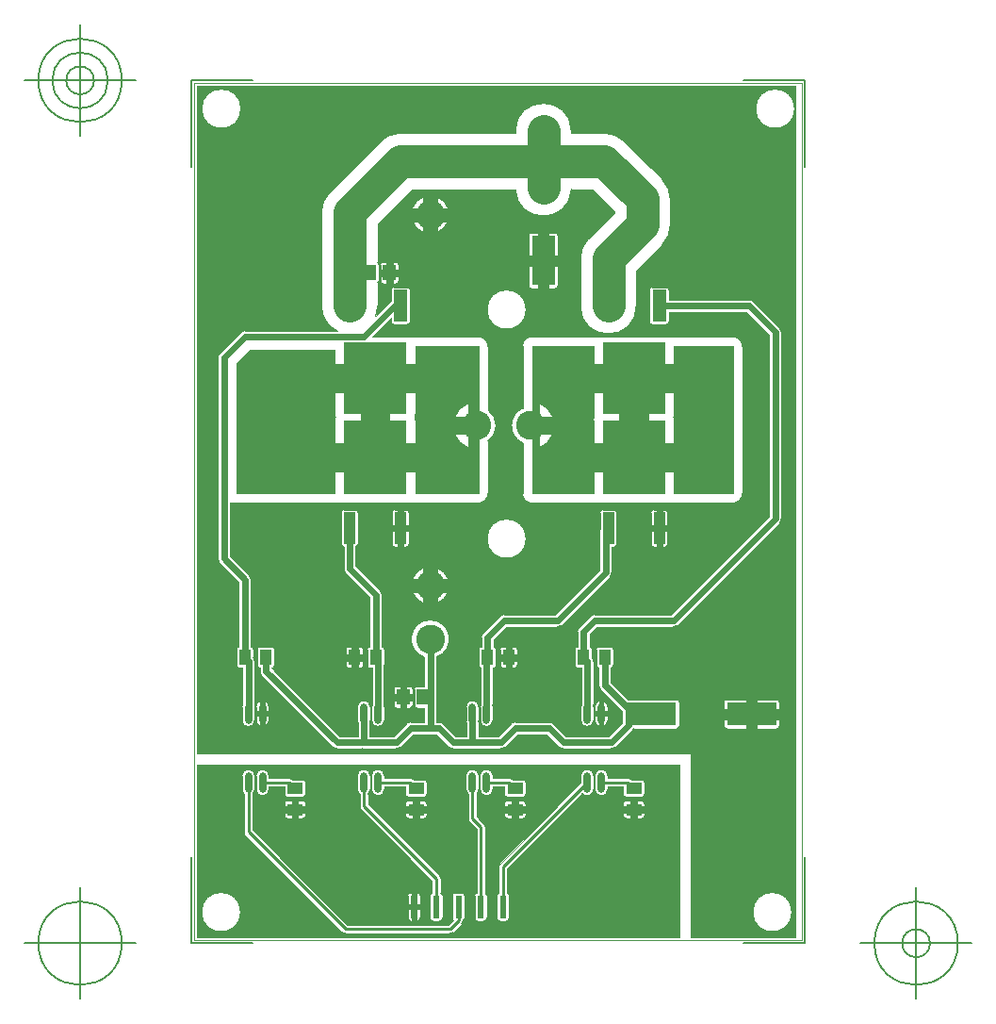
<source format=gbr>
G04 Generated by Ultiboard 14.1 *
%FSLAX34Y34*%
%MOMM*%

%ADD10C,0.0001*%
%ADD11C,0.0010*%
%ADD12C,0.6000*%
%ADD13C,0.2540*%
%ADD14C,3.0000*%
%ADD15C,0.1270*%
%ADD16R,0.6000X2.0000*%
%ADD17R,1.0500X1.4000*%
%ADD18C,2.6000*%
%ADD19R,1.4000X1.0500*%
%ADD20R,4.5000X2.1000*%
%ADD21R,1.2500X2.8500*%
%ADD22R,5.5500X6.4000*%
%ADD23R,1.0000X2.8500*%
%ADD24R,5.5500X6.6000*%
%ADD25R,1.1500X1.4500*%
%ADD26R,2.1000X4.5000*%
%ADD27O,0.6500X1.8500*%


G04 ColorRGB 00FF00 for the following layer *
%LNCopper Top*%
%LPD*%
G54D10*
G36*
X571500Y485157D02*
X571500Y485157D01*
X571500Y1249683D01*
X34302Y1249683D01*
X34302Y650240D01*
X477520Y650240D01*
X477520Y485157D01*
X571500Y485157D01*
D02*
G37*
%LPC*%
G36*
X510180Y698717D02*
X510180Y698717D01*
X528100Y698717D01*
X528100Y690380D01*
X507763Y690380D01*
X507763Y696300D01*
G75*
D01*
G02X510180Y698717I2417J0*
G01*
D02*
G37*
G36*
X264160Y654969D02*
G75*
D01*
G02X262589Y655201I0J5431*
G01*
G74*
D01*
G02X260320Y656560I1571J5199*
G01*
X260320Y656560D01*
X249210Y667669D01*
X228310Y667669D01*
X217207Y656566D01*
G74*
D01*
G02X214503Y655090I3847J3834*
G01*
G75*
D01*
G02X213355Y654969I-1143J5310*
G01*
X213355Y654969D01*
X182888Y654969D01*
G75*
D01*
G02X182872Y654969I-8J5431*
G01*
X182872Y654969D01*
X160020Y654969D01*
G75*
D01*
G02X158270Y655259I0J5431*
G01*
G74*
D01*
G02X156180Y656560I1750J5141*
G01*
X156180Y656560D01*
X92696Y720043D01*
X92696Y720043D01*
X92430Y720310D01*
G75*
D01*
G02X90839Y724161I3840J3840*
G01*
X90839Y724161D01*
X90839Y727190D01*
G75*
D01*
G02X88603Y729600I181J2410*
G01*
X88603Y729600D01*
X88603Y743600D01*
G75*
D01*
G02X91020Y746017I2417J0*
G01*
X91020Y746017D01*
X101520Y746017D01*
G74*
D01*
G02X103937Y743600I0J2417*
G01*
X103937Y743600D01*
X103937Y729600D01*
G75*
D01*
G02X101701Y727190I-2417J0*
G01*
X101701Y727190D01*
X101701Y726400D01*
X108058Y720043D01*
X162270Y665831D01*
X178689Y665831D01*
X178689Y678649D01*
G75*
D01*
G02X178438Y680320I5431J1671*
G01*
X178438Y680320D01*
X178438Y692320D01*
G75*
D01*
G02X189802Y692320I5682J0*
G01*
X189802Y692320D01*
X189802Y680320D01*
G75*
D01*
G02X189551Y678649I-5682J0*
G01*
X189551Y678649D01*
X189551Y665831D01*
X211110Y665831D01*
X222220Y676940D01*
G74*
D01*
G02X224489Y678299I3840J3840*
G01*
G75*
D01*
G02X226060Y678531I1571J-5199*
G01*
X226060Y678531D01*
X238409Y678531D01*
X238409Y691373D01*
X231850Y691373D01*
G75*
D01*
G02X229433Y693790I0J2417*
G01*
X229433Y693790D01*
X229433Y708290D01*
G75*
D01*
G02X231850Y710707I2417J0*
G01*
X231850Y710707D01*
X238409Y710707D01*
X238409Y737126D01*
G75*
D01*
G02X249271Y737126I5431J16114*
G01*
X249271Y737126D01*
X249271Y678531D01*
X251455Y678531D01*
G75*
D01*
G02X252603Y678410I5J-5431*
G01*
G74*
D01*
G02X255307Y676934I1143J5310*
G01*
X255307Y676934D01*
X266410Y665831D01*
X276269Y665831D01*
X276269Y678649D01*
G75*
D01*
G02X276018Y680320I5431J1671*
G01*
X276018Y680320D01*
X276018Y692320D01*
G75*
D01*
G02X287382Y692320I5682J0*
G01*
X287382Y692320D01*
X287382Y680320D01*
G75*
D01*
G02X287131Y678649I-5682J0*
G01*
X287131Y678649D01*
X287131Y665831D01*
X305090Y665831D01*
X316200Y676940D01*
G74*
D01*
G02X318469Y678299I3840J3840*
G01*
G75*
D01*
G02X320040Y678531I1571J-5199*
G01*
X320040Y678531D01*
X350515Y678531D01*
G75*
D01*
G02X351663Y678410I5J-5431*
G01*
G74*
D01*
G02X354367Y676934I1143J5310*
G01*
X354367Y676934D01*
X365470Y665831D01*
X404150Y665831D01*
X416209Y677890D01*
X416209Y688630D01*
X396820Y708020D01*
G75*
D01*
G02X395229Y711870I3840J3840*
G01*
X395229Y711870D01*
X395229Y727190D01*
G75*
D01*
G02X392993Y729600I181J2410*
G01*
X392993Y729600D01*
X392993Y743600D01*
G75*
D01*
G02X395410Y746017I2417J0*
G01*
X395410Y746017D01*
X405910Y746017D01*
G74*
D01*
G02X408327Y743600I0J2417*
G01*
X408327Y743600D01*
X408327Y729600D01*
G75*
D01*
G02X406091Y727190I-2417J0*
G01*
X406091Y727190D01*
X406091Y714110D01*
X421484Y698717D01*
X465180Y698717D01*
G74*
D01*
G02X467597Y696300I0J2417*
G01*
X467597Y696300D01*
X467597Y675300D01*
G75*
D01*
G02X465180Y672883I-2417J0*
G01*
X465180Y672883D01*
X426320Y672883D01*
G74*
D01*
G02X425474Y671793I4680J2757*
G01*
X425474Y671793D01*
X410247Y656566D01*
G74*
D01*
G02X407248Y655035I3847J3834*
G01*
G75*
D01*
G02X406395Y654969I-848J5365*
G01*
X406395Y654969D01*
X363220Y654969D01*
G75*
D01*
G02X361649Y655201I0J5431*
G01*
G74*
D01*
G02X359380Y656560I1571J5199*
G01*
X359380Y656560D01*
X348270Y667669D01*
X322290Y667669D01*
X311187Y656566D01*
G74*
D01*
G02X308483Y655090I3847J3834*
G01*
G75*
D01*
G02X307335Y654969I-1143J5310*
G01*
X307335Y654969D01*
X264160Y654969D01*
D02*
G37*
G36*
X510180Y672883D02*
G75*
D01*
G02X507763Y675300I0J2417*
G01*
X507763Y675300D01*
X507763Y681220D01*
X528100Y681220D01*
X528100Y672883D01*
X510180Y672883D01*
D02*
G37*
G36*
X215434Y1207315D02*
G75*
D01*
G02X217040Y1207366I1606J-25075*
G01*
X217040Y1207366D01*
X320314Y1207366D01*
X320314Y1209040D01*
G75*
D01*
G02X370566Y1209040I25126J0*
G01*
X370566Y1209040D01*
X370566Y1207366D01*
X400180Y1207366D01*
G74*
D01*
G02X417960Y1199993I0J25126*
G01*
X417960Y1199993D01*
X452093Y1165860D01*
G74*
D01*
G02X459466Y1148080I17753J17780*
G01*
X459466Y1148080D01*
X459466Y1125220D01*
G75*
D01*
G02X452093Y1107440I-25126J0*
G01*
X452093Y1107440D01*
X428946Y1084292D01*
X428946Y1052420D01*
G75*
D01*
G02X378694Y1052420I-25126J0*
G01*
X378694Y1052420D01*
X378694Y1094677D01*
G75*
D01*
G02X386053Y1112467I25126J23*
G01*
X386053Y1112467D01*
X409214Y1135628D01*
X409214Y1137672D01*
X389772Y1157114D01*
X370541Y1157114D01*
G75*
D01*
G02X320339Y1157114I-25101J1126*
G01*
X320339Y1157114D01*
X227448Y1157114D01*
X196456Y1126122D01*
X196456Y1091113D01*
G74*
D01*
G02X197287Y1089290I1586J1823*
G01*
X197287Y1089290D01*
X197287Y1074790D01*
G75*
D01*
G02X196456Y1072967I-2417J0*
G01*
X196456Y1072967D01*
X196456Y1052420D01*
G75*
D01*
G02X194653Y1043074I-25126J0*
G01*
X194653Y1043074D01*
X207840Y1056260D01*
G74*
D01*
G02X208463Y1056796I3840J3840*
G01*
X208463Y1056796D01*
X208463Y1066670D01*
G75*
D01*
G02X210880Y1069087I2417J0*
G01*
X210880Y1069087D01*
X223380Y1069087D01*
G74*
D01*
G02X225797Y1066670I0J2417*
G01*
X225797Y1066670D01*
X225797Y1038170D01*
G75*
D01*
G02X223380Y1035753I-2417J0*
G01*
X223380Y1035753D01*
X210880Y1035753D01*
G75*
D01*
G02X208463Y1038170I0J2417*
G01*
X208463Y1038170D01*
X208463Y1041523D01*
X191492Y1024551D01*
X287020Y1024551D01*
G74*
D01*
G02X295571Y1016000I0J8551*
G01*
X295571Y1016000D01*
X295571Y958853D01*
G75*
D01*
G02X295571Y930907I-9691J-13973*
G01*
X295571Y930907D01*
X295571Y883920D01*
G75*
D01*
G02X287020Y875369I-8551J0*
G01*
X287020Y875369D01*
X66040Y875369D01*
G75*
D01*
G02X63851Y875654I0J8551*
G01*
X63851Y875654D01*
X63851Y827750D01*
X81104Y810497D01*
G74*
D01*
G02X82701Y806650I3834J3847*
G01*
X82701Y806650D01*
X82701Y746010D01*
G74*
D01*
G02X84937Y743600I181J2410*
G01*
X84937Y743600D01*
X84937Y736466D01*
G74*
D01*
G02X85851Y733450I4517J3016*
G01*
X85851Y733450D01*
X85851Y693991D01*
G74*
D01*
G02X86102Y692320I5431J1671*
G01*
X86102Y692320D01*
X86102Y680320D01*
G75*
D01*
G02X74738Y680320I-5682J0*
G01*
X74738Y680320D01*
X74738Y692320D01*
G74*
D01*
G02X74989Y693991I5682J0*
G01*
X74989Y693991D01*
X74989Y727183D01*
X72020Y727183D01*
G75*
D01*
G02X69603Y729600I0J2417*
G01*
X69603Y729600D01*
X69603Y743600D01*
G74*
D01*
G02X71839Y746010I2417J0*
G01*
X71839Y746010D01*
X71839Y804400D01*
X54580Y821660D01*
G75*
D01*
G02X52989Y825509I3840J3840*
G01*
X52989Y825509D01*
X52989Y1005828D01*
G75*
D01*
G02X54580Y1009680I5431J12*
G01*
X54580Y1009680D01*
X73160Y1028260D01*
G74*
D01*
G02X75832Y1029724I3840J3840*
G01*
G75*
D01*
G02X77000Y1029851I1168J-5304*
G01*
X77000Y1029851D01*
X160286Y1029851D01*
G75*
D01*
G02X146204Y1052420I11044J22569*
G01*
X146204Y1052420D01*
X146204Y1136501D01*
G75*
D01*
G02X153563Y1154297I25126J29*
G01*
X153563Y1154297D01*
X199273Y1200007D01*
G74*
D01*
G02X215434Y1207315I17767J17767*
G01*
D02*
G37*
G36*
X189640Y727183D02*
G75*
D01*
G02X187223Y729600I0J2417*
G01*
X187223Y729600D01*
X187223Y743600D01*
G74*
D01*
G02X189459Y746010I2417J0*
G01*
X189459Y746010D01*
X189459Y790920D01*
X167490Y812890D01*
G75*
D01*
G02X165899Y816742I3840J3840*
G01*
X165899Y816742D01*
X165899Y835952D01*
G75*
D01*
G02X163913Y838330I431J2378*
G01*
X163913Y838330D01*
X163913Y866830D01*
G75*
D01*
G02X166330Y869247I2417J0*
G01*
X166330Y869247D01*
X176330Y869247D01*
G74*
D01*
G02X178747Y866830I0J2417*
G01*
X178747Y866830D01*
X178747Y838330D01*
G75*
D01*
G02X176761Y835952I-2417J0*
G01*
X176761Y835952D01*
X176761Y818980D01*
X198724Y797017D01*
G74*
D01*
G02X200321Y793170I3834J3847*
G01*
X200321Y793170D01*
X200321Y746010D01*
G74*
D01*
G02X202557Y743600I181J2410*
G01*
X202557Y743600D01*
X202557Y729600D01*
G75*
D01*
G02X202251Y728424I-2417J0*
G01*
X202251Y728424D01*
X202251Y693991D01*
G74*
D01*
G02X202502Y692320I5431J1671*
G01*
X202502Y692320D01*
X202502Y680320D01*
G75*
D01*
G02X191138Y680320I-5682J0*
G01*
X191138Y680320D01*
X191138Y692320D01*
G74*
D01*
G02X191389Y693991I5682J0*
G01*
X191389Y693991D01*
X191389Y727183D01*
X189640Y727183D01*
D02*
G37*
G36*
X288969Y727439D02*
G75*
D01*
G02X287633Y729600I1081J2161*
G01*
X287633Y729600D01*
X287633Y743600D01*
G74*
D01*
G02X289869Y746010I2417J0*
G01*
X289869Y746010D01*
X289869Y755033D01*
G75*
D01*
G02X291460Y758880I5431J7*
G01*
X291460Y758880D01*
X306040Y773460D01*
G75*
D01*
G02X309885Y775051I3840J-3840*
G01*
X309885Y775051D01*
X355890Y775051D01*
X395889Y815050D01*
X395889Y850073D01*
G75*
D01*
G02X396403Y852387I5431J7*
G01*
X396403Y852387D01*
X396403Y866830D01*
G75*
D01*
G02X398820Y869247I2417J0*
G01*
X398820Y869247D01*
X408820Y869247D01*
G74*
D01*
G02X411237Y866830I0J2417*
G01*
X411237Y866830D01*
X411237Y838330D01*
G75*
D01*
G02X408820Y835913I-2417J0*
G01*
X408820Y835913D01*
X406751Y835913D01*
X406751Y812800D01*
G75*
D01*
G02X405154Y808953I-5431J0*
G01*
X405154Y808953D01*
X361987Y765786D01*
G74*
D01*
G02X358140Y764189I3847J3834*
G01*
X358140Y764189D01*
X312130Y764189D01*
X300731Y752790D01*
X300731Y746010D01*
G74*
D01*
G02X302967Y743600I181J2410*
G01*
X302967Y743600D01*
X302967Y729600D01*
G75*
D01*
G02X300550Y727183I-2417J0*
G01*
X300550Y727183D01*
X299831Y727183D01*
X299831Y693991D01*
G74*
D01*
G02X300082Y692320I5431J1671*
G01*
X300082Y692320D01*
X300082Y680320D01*
G75*
D01*
G02X288718Y680320I-5682J0*
G01*
X288718Y680320D01*
X288718Y692320D01*
G74*
D01*
G02X288969Y693991I5682J0*
G01*
X288969Y693991D01*
X288969Y727439D01*
D02*
G37*
G36*
X524171Y883920D02*
G75*
D01*
G02X515620Y875369I-8551J0*
G01*
X515620Y875369D01*
X335280Y875369D01*
G75*
D01*
G02X326729Y883920I0J8551*
G01*
X326729Y883920D01*
X326729Y929452D01*
G75*
D01*
G02X326729Y960308I7151J15428*
G01*
X326729Y960308D01*
X326729Y1016000D01*
G75*
D01*
G02X335280Y1024551I8551J0*
G01*
X335280Y1024551D01*
X515620Y1024551D01*
G74*
D01*
G02X524171Y1016000I0J8551*
G01*
X524171Y1016000D01*
X524171Y883920D01*
D02*
G37*
G36*
X391167Y775051D02*
X391167Y775051D01*
X460030Y775051D01*
X508075Y823096D01*
X548289Y863310D01*
X548289Y1026450D01*
X527750Y1046989D01*
X458287Y1046989D01*
X458287Y1038170D01*
G75*
D01*
G02X455870Y1035753I-2417J0*
G01*
X455870Y1035753D01*
X443370Y1035753D01*
G75*
D01*
G02X440953Y1038170I0J2417*
G01*
X440953Y1038170D01*
X440953Y1066670D01*
G75*
D01*
G02X443370Y1069087I2417J0*
G01*
X443370Y1069087D01*
X455870Y1069087D01*
G74*
D01*
G02X458287Y1066670I0J2417*
G01*
X458287Y1066670D01*
X458287Y1057851D01*
X529993Y1057851D01*
G75*
D01*
G02X531729Y1057569I7J-5431*
G01*
G74*
D01*
G02X533847Y1056254I1729J5149*
G01*
X533847Y1056254D01*
X557554Y1032547D01*
G74*
D01*
G02X559151Y1028700I3834J3847*
G01*
X559151Y1028700D01*
X559151Y861060D01*
G75*
D01*
G02X557554Y857213I-5431J0*
G01*
X557554Y857213D01*
X508075Y807734D01*
X466127Y765786D01*
G74*
D01*
G02X462280Y764189I3847J3834*
G01*
X462280Y764189D01*
X393410Y764189D01*
X387091Y757870D01*
X387091Y746010D01*
G74*
D01*
G02X389327Y743600I181J2410*
G01*
X389327Y743600D01*
X389327Y736466D01*
G74*
D01*
G02X390241Y733450I4517J3016*
G01*
X390241Y733450D01*
X390241Y693991D01*
G74*
D01*
G02X390492Y692320I5431J1671*
G01*
X390492Y692320D01*
X390492Y680320D01*
G75*
D01*
G02X379128Y680320I-5682J0*
G01*
X379128Y680320D01*
X379128Y692320D01*
G74*
D01*
G02X379379Y693991I5682J0*
G01*
X379379Y693991D01*
X379379Y727183D01*
X376410Y727183D01*
G75*
D01*
G02X373993Y729600I0J2417*
G01*
X373993Y729600D01*
X373993Y743600D01*
G74*
D01*
G02X376229Y746010I2417J0*
G01*
X376229Y746010D01*
X376229Y760111D01*
G75*
D01*
G02X377820Y763960I5431J9*
G01*
X377820Y763960D01*
X387320Y773460D01*
G75*
D01*
G02X391167Y775051I3840J-3840*
G01*
D02*
G37*
G36*
X536175Y1229360D02*
G75*
D01*
G02X536175Y1229360I17545J0*
G01*
D02*
G37*
G36*
X213850Y710707D02*
X213850Y710707D01*
X216704Y710707D01*
X216704Y703936D01*
X211433Y703936D01*
X211433Y708290D01*
G75*
D01*
G02X213850Y710707I2417J0*
G01*
D02*
G37*
G36*
X225350Y691373D02*
X225350Y691373D01*
X222496Y691373D01*
X222496Y698144D01*
X227767Y698144D01*
X227767Y693790D01*
G75*
D01*
G02X225350Y691373I-2417J0*
G01*
D02*
G37*
G36*
X211433Y693790D02*
X211433Y693790D01*
X211433Y698144D01*
X216704Y698144D01*
X216704Y691373D01*
X213850Y691373D01*
G75*
D01*
G02X211433Y693790I0J2417*
G01*
D02*
G37*
G36*
X225350Y710707D02*
G74*
D01*
G02X227767Y708290I0J2417*
G01*
X227767Y708290D01*
X227767Y703936D01*
X222496Y703936D01*
X222496Y710707D01*
X225350Y710707D01*
D02*
G37*
G36*
X399525Y675007D02*
X399525Y675007D01*
X399525Y684305D01*
X403192Y684305D01*
X403192Y680320D01*
G75*
D01*
G02X399525Y675007I-5682J0*
G01*
D02*
G37*
G36*
X403192Y692320D02*
X403192Y692320D01*
X403192Y688335D01*
X399525Y688335D01*
X399525Y697633D01*
G74*
D01*
G02X403192Y692320I2015J5313*
G01*
D02*
G37*
G36*
X391828Y680320D02*
X391828Y680320D01*
X391828Y684305D01*
X395495Y684305D01*
X395495Y675007D01*
G75*
D01*
G02X391828Y680320I2015J5313*
G01*
D02*
G37*
G36*
X395495Y697633D02*
X395495Y697633D01*
X395495Y688335D01*
X391828Y688335D01*
X391828Y692320D01*
G74*
D01*
G02X395495Y697633I5682J0*
G01*
D02*
G37*
G36*
X201370Y1072373D02*
G75*
D01*
G02X198953Y1074790I0J2417*
G01*
X198953Y1074790D01*
X198953Y1079144D01*
X204224Y1079144D01*
X204224Y1072373D01*
X201370Y1072373D01*
D02*
G37*
G36*
X212870Y1072373D02*
X212870Y1072373D01*
X210016Y1072373D01*
X210016Y1079144D01*
X215287Y1079144D01*
X215287Y1074790D01*
G75*
D01*
G02X212870Y1072373I-2417J0*
G01*
D02*
G37*
G36*
X201370Y1091707D02*
X201370Y1091707D01*
X204224Y1091707D01*
X204224Y1084936D01*
X198953Y1084936D01*
X198953Y1089290D01*
G75*
D01*
G02X201370Y1091707I2417J0*
G01*
D02*
G37*
G36*
X215287Y1089290D02*
X215287Y1089290D01*
X215287Y1084936D01*
X210016Y1084936D01*
X210016Y1091707D01*
X212870Y1091707D01*
G74*
D01*
G02X215287Y1089290I0J2417*
G01*
D02*
G37*
G36*
X237810Y1118340D02*
G74*
D01*
G02X227940Y1128210I6030J15900*
G01*
X227940Y1128210D01*
X237810Y1128210D01*
X237810Y1118340D01*
D02*
G37*
G36*
X259740Y1128210D02*
G74*
D01*
G02X249870Y1118340I15900J6030*
G01*
X249870Y1118340D01*
X249870Y1128210D01*
X259740Y1128210D01*
D02*
G37*
G36*
X236840Y1134240D02*
G75*
D01*
G02X236840Y1134240I7000J0*
G01*
D02*
G37*
G36*
X227940Y1140270D02*
G74*
D01*
G02X237810Y1150140I15900J6030*
G01*
X237810Y1150140D01*
X237810Y1140270D01*
X227940Y1140270D01*
D02*
G37*
G36*
X249870Y1150140D02*
G74*
D01*
G02X259740Y1140270I6030J15900*
G01*
X259740Y1140270D01*
X249870Y1140270D01*
X249870Y1150140D01*
D02*
G37*
G36*
X38575Y1229360D02*
G75*
D01*
G02X38575Y1229360I17545J0*
G01*
D02*
G37*
G36*
X557597Y696300D02*
X557597Y696300D01*
X557597Y690380D01*
X537260Y690380D01*
X537260Y698717D01*
X555180Y698717D01*
G74*
D01*
G02X557597Y696300I0J2417*
G01*
D02*
G37*
G36*
X533635Y508000D02*
G75*
D01*
G02X533635Y508000I17545J0*
G01*
D02*
G37*
G36*
X557597Y675300D02*
G75*
D01*
G02X555180Y672883I-2417J0*
G01*
X555180Y672883D01*
X537260Y672883D01*
X537260Y681220D01*
X557597Y681220D01*
X557597Y675300D01*
D02*
G37*
G36*
X98802Y692320D02*
X98802Y692320D01*
X98802Y688335D01*
X95135Y688335D01*
X95135Y697633D01*
G74*
D01*
G02X98802Y692320I2015J5313*
G01*
D02*
G37*
G36*
X95135Y675007D02*
X95135Y675007D01*
X95135Y684305D01*
X98802Y684305D01*
X98802Y680320D01*
G75*
D01*
G02X95135Y675007I-5682J0*
G01*
D02*
G37*
G36*
X91105Y697633D02*
X91105Y697633D01*
X91105Y688335D01*
X87438Y688335D01*
X87438Y692320D01*
G74*
D01*
G02X91105Y697633I5682J0*
G01*
D02*
G37*
G36*
X87438Y680320D02*
X87438Y680320D01*
X87438Y684305D01*
X91105Y684305D01*
X91105Y675007D01*
G75*
D01*
G02X87438Y680320I2015J5313*
G01*
D02*
G37*
G36*
X181140Y727183D02*
X181140Y727183D01*
X178609Y727183D01*
X178609Y733881D01*
X183557Y733881D01*
X183557Y729600D01*
G75*
D01*
G02X181140Y727183I-2417J0*
G01*
D02*
G37*
G36*
X170640Y746017D02*
X170640Y746017D01*
X173171Y746017D01*
X173171Y739319D01*
X168223Y739319D01*
X168223Y743600D01*
G75*
D01*
G02X170640Y746017I2417J0*
G01*
D02*
G37*
G36*
X181140Y746017D02*
G74*
D01*
G02X183557Y743600I0J2417*
G01*
X183557Y743600D01*
X183557Y739319D01*
X178609Y739319D01*
X178609Y746017D01*
X181140Y746017D01*
D02*
G37*
G36*
X168223Y729600D02*
X168223Y729600D01*
X168223Y733881D01*
X173171Y733881D01*
X173171Y727183D01*
X170640Y727183D01*
G75*
D01*
G02X168223Y729600I0J2417*
G01*
D02*
G37*
G36*
X236840Y801240D02*
G75*
D01*
G02X236840Y801240I7000J0*
G01*
D02*
G37*
G36*
X237810Y785340D02*
G74*
D01*
G02X227940Y795210I6030J15900*
G01*
X227940Y795210D01*
X237810Y795210D01*
X237810Y785340D01*
D02*
G37*
G36*
X259740Y795210D02*
G74*
D01*
G02X249870Y785340I15900J6030*
G01*
X249870Y785340D01*
X249870Y795210D01*
X259740Y795210D01*
D02*
G37*
G36*
X227940Y807270D02*
G74*
D01*
G02X237810Y817140I15900J6030*
G01*
X237810Y817140D01*
X237810Y807270D01*
X227940Y807270D01*
D02*
G37*
G36*
X249870Y817140D02*
G74*
D01*
G02X259740Y807270I6030J15900*
G01*
X259740Y807270D01*
X249870Y807270D01*
X249870Y817140D01*
D02*
G37*
G36*
X222130Y835913D02*
X222130Y835913D01*
X219760Y835913D01*
X219760Y849950D01*
X224547Y849950D01*
X224547Y838330D01*
G75*
D01*
G02X222130Y835913I-2417J0*
G01*
D02*
G37*
G36*
X212130Y835913D02*
G75*
D01*
G02X209713Y838330I0J2417*
G01*
X209713Y838330D01*
X209713Y849950D01*
X214500Y849950D01*
X214500Y835913D01*
X212130Y835913D01*
D02*
G37*
G36*
X212130Y869247D02*
X212130Y869247D01*
X214500Y869247D01*
X214500Y855210D01*
X209713Y855210D01*
X209713Y866830D01*
G75*
D01*
G02X212130Y869247I2417J0*
G01*
D02*
G37*
G36*
X224547Y866830D02*
X224547Y866830D01*
X224547Y855210D01*
X219760Y855210D01*
X219760Y869247D01*
X222130Y869247D01*
G74*
D01*
G02X224547Y866830I0J2417*
G01*
D02*
G37*
G36*
X309050Y746017D02*
X309050Y746017D01*
X311581Y746017D01*
X311581Y739319D01*
X306633Y739319D01*
X306633Y743600D01*
G75*
D01*
G02X309050Y746017I2417J0*
G01*
D02*
G37*
G36*
X321967Y743600D02*
X321967Y743600D01*
X321967Y739319D01*
X317019Y739319D01*
X317019Y746017D01*
X319550Y746017D01*
G74*
D01*
G02X321967Y743600I0J2417*
G01*
D02*
G37*
G36*
X319550Y727183D02*
X319550Y727183D01*
X317019Y727183D01*
X317019Y733881D01*
X321967Y733881D01*
X321967Y729600D01*
G75*
D01*
G02X319550Y727183I-2417J0*
G01*
D02*
G37*
G36*
X309050Y727183D02*
G75*
D01*
G02X306633Y729600I0J2417*
G01*
X306633Y729600D01*
X306633Y733881D01*
X311581Y733881D01*
X311581Y727183D01*
X309050Y727183D01*
D02*
G37*
G36*
X294875Y843280D02*
G75*
D01*
G02X294875Y843280I17545J0*
G01*
D02*
G37*
G36*
X454620Y835913D02*
X454620Y835913D01*
X452250Y835913D01*
X452250Y849950D01*
X457037Y849950D01*
X457037Y838330D01*
G75*
D01*
G02X454620Y835913I-2417J0*
G01*
D02*
G37*
G36*
X444620Y835913D02*
G75*
D01*
G02X442203Y838330I0J2417*
G01*
X442203Y838330D01*
X442203Y849950D01*
X446990Y849950D01*
X446990Y835913D01*
X444620Y835913D01*
D02*
G37*
G36*
X444620Y869247D02*
X444620Y869247D01*
X446990Y869247D01*
X446990Y855210D01*
X442203Y855210D01*
X442203Y866830D01*
G75*
D01*
G02X444620Y869247I2417J0*
G01*
D02*
G37*
G36*
X457037Y866830D02*
X457037Y866830D01*
X457037Y855210D01*
X452250Y855210D01*
X452250Y869247D01*
X454620Y869247D01*
G74*
D01*
G02X457037Y866830I0J2417*
G01*
D02*
G37*
G36*
X294875Y1049020D02*
G75*
D01*
G02X294875Y1049020I17545J0*
G01*
D02*
G37*
G36*
X334940Y1068003D02*
G75*
D01*
G02X332523Y1070420I0J2417*
G01*
X332523Y1070420D01*
X332523Y1088340D01*
X340860Y1088340D01*
X340860Y1068003D01*
X334940Y1068003D01*
D02*
G37*
G36*
X355940Y1068003D02*
X355940Y1068003D01*
X350020Y1068003D01*
X350020Y1088340D01*
X358357Y1088340D01*
X358357Y1070420D01*
G75*
D01*
G02X355940Y1068003I-2417J0*
G01*
D02*
G37*
G36*
X334940Y1117837D02*
X334940Y1117837D01*
X340860Y1117837D01*
X340860Y1097500D01*
X332523Y1097500D01*
X332523Y1115420D01*
G75*
D01*
G02X334940Y1117837I2417J0*
G01*
D02*
G37*
G36*
X358357Y1115420D02*
X358357Y1115420D01*
X358357Y1097500D01*
X350020Y1097500D01*
X350020Y1117837D01*
X355940Y1117837D01*
G74*
D01*
G02X358357Y1115420I0J2417*
G01*
D02*
G37*
%LPD*%
G36*
X467360Y485157D02*
X467360Y485157D01*
X467360Y640080D01*
X34302Y640080D01*
X34302Y485157D01*
X467360Y485157D01*
D02*
G37*
%LPC*%
G36*
X264336Y490055D02*
G74*
D01*
G02X262752Y489098I2716J2705*
G01*
G75*
D01*
G02X261614Y488927I-1132J3662*
G01*
X261614Y488927D01*
X167640Y488927D01*
G75*
D01*
G02X166901Y488998I0J3833*
G01*
G74*
D01*
G02X164929Y490049I739J3762*
G01*
X164929Y490049D01*
X77709Y577269D01*
G75*
D01*
G02X76587Y579991I2711J2711*
G01*
X76587Y579991D01*
X76587Y613937D01*
G75*
D01*
G02X74597Y618320I3833J4383*
G01*
X74597Y618320D01*
X74597Y630320D01*
G75*
D01*
G02X86243Y630320I5823J0*
G01*
X86243Y630320D01*
X86243Y618320D01*
G75*
D01*
G02X84253Y613937I-5823J0*
G01*
X84253Y613937D01*
X84253Y581568D01*
X169228Y496593D01*
X260032Y496593D01*
X264411Y500972D01*
G75*
D01*
G02X263683Y502760I1829J1788*
G01*
X263683Y502760D01*
X263683Y522760D01*
G75*
D01*
G02X266240Y525317I2557J0*
G01*
X266240Y525317D01*
X272240Y525317D01*
G74*
D01*
G02X274797Y522760I0J2557*
G01*
X274797Y522760D01*
X274797Y502760D01*
G75*
D01*
G02X273073Y500342I-2557J0*
G01*
G74*
D01*
G02X271945Y497664I3833J38*
G01*
X271945Y497664D01*
X269187Y494906D01*
X264336Y490055D01*
D02*
G37*
G36*
X433720Y626907D02*
G74*
D01*
G02X436277Y624350I0J2557*
G01*
X436277Y624350D01*
X436277Y613850D01*
G75*
D01*
G02X433720Y611293I-2557J0*
G01*
X433720Y611293D01*
X419720Y611293D01*
G75*
D01*
G02X417163Y613850I0J2557*
G01*
X417163Y613850D01*
X417163Y620487D01*
X403333Y620487D01*
X403333Y618320D01*
G75*
D01*
G02X391687Y618320I-5823J0*
G01*
X391687Y618320D01*
X391687Y630320D01*
G75*
D01*
G02X403333Y630320I5823J0*
G01*
X403333Y630320D01*
X403333Y628153D01*
X421500Y628153D01*
G74*
D01*
G02X424216Y627025I0J3833*
G01*
X424216Y627025D01*
X424334Y626907D01*
X433720Y626907D01*
D02*
G37*
G36*
X285533Y613937D02*
X285533Y613937D01*
X285533Y593648D01*
X291945Y587236D01*
G74*
D01*
G02X293073Y584520I2705J2716*
G01*
X293073Y584520D01*
X293073Y525178D01*
G74*
D01*
G02X294797Y522760I833J2418*
G01*
X294797Y522760D01*
X294797Y502760D01*
G75*
D01*
G02X292240Y500203I-2557J0*
G01*
X292240Y500203D01*
X286240Y500203D01*
G75*
D01*
G02X283683Y502760I0J2557*
G01*
X283683Y502760D01*
X283683Y522760D01*
G74*
D01*
G02X285407Y525178I2557J0*
G01*
X285407Y525178D01*
X285407Y582932D01*
X278989Y589349D01*
G75*
D01*
G02X277867Y592070I2711J2711*
G01*
X277867Y592070D01*
X277867Y613937D01*
G75*
D01*
G02X275877Y618320I3833J4383*
G01*
X275877Y618320D01*
X275877Y630320D01*
G75*
D01*
G02X287523Y630320I5823J0*
G01*
X287523Y630320D01*
X287523Y618320D01*
G75*
D01*
G02X285533Y613937I-5823J0*
G01*
D02*
G37*
G36*
X380413Y614502D02*
X380413Y614502D01*
X313073Y547162D01*
X313073Y525178D01*
G74*
D01*
G02X314797Y522760I833J2418*
G01*
X314797Y522760D01*
X314797Y502760D01*
G75*
D01*
G02X312240Y500203I-2557J0*
G01*
X312240Y500203D01*
X306240Y500203D01*
G75*
D01*
G02X303683Y502760I0J2557*
G01*
X303683Y502760D01*
X303683Y522760D01*
G74*
D01*
G02X305407Y525178I2557J0*
G01*
X305407Y525178D01*
X305407Y548741D01*
G75*
D01*
G02X306529Y551461I3833J9*
G01*
X306529Y551461D01*
X378987Y623918D01*
X378987Y630320D01*
G75*
D01*
G02X390633Y630320I5823J0*
G01*
X390633Y630320D01*
X390633Y618320D01*
G75*
D01*
G02X380413Y614502I-5823J0*
G01*
D02*
G37*
G36*
X310483Y594850D02*
X310483Y594850D01*
X310483Y597331D01*
X317271Y597331D01*
X317271Y592293D01*
X313040Y592293D01*
G75*
D01*
G02X310483Y594850I0J2557*
G01*
D02*
G37*
G36*
X329597Y594850D02*
G75*
D01*
G02X327040Y592293I-2557J0*
G01*
X327040Y592293D01*
X322809Y592293D01*
X322809Y597331D01*
X329597Y597331D01*
X329597Y594850D01*
D02*
G37*
G36*
X417163Y594850D02*
X417163Y594850D01*
X417163Y597331D01*
X423951Y597331D01*
X423951Y592293D01*
X419720Y592293D01*
G75*
D01*
G02X417163Y594850I0J2557*
G01*
D02*
G37*
G36*
X436277Y594850D02*
G75*
D01*
G02X433720Y592293I-2557J0*
G01*
X433720Y592293D01*
X429489Y592293D01*
X429489Y597331D01*
X436277Y597331D01*
X436277Y594850D01*
D02*
G37*
G36*
X300223Y618320D02*
G75*
D01*
G02X288577Y618320I-5823J0*
G01*
X288577Y618320D01*
X288577Y630320D01*
G75*
D01*
G02X300223Y630320I5823J0*
G01*
X300223Y630320D01*
X300223Y628153D01*
X314820Y628153D01*
G74*
D01*
G02X317536Y627025I0J3833*
G01*
X317536Y627025D01*
X317654Y626907D01*
X327040Y626907D01*
G74*
D01*
G02X329597Y624350I0J2557*
G01*
X329597Y624350D01*
X329597Y613850D01*
G75*
D01*
G02X327040Y611293I-2557J0*
G01*
X327040Y611293D01*
X313040Y611293D01*
G75*
D01*
G02X310483Y613850I0J2557*
G01*
X310483Y613850D01*
X310483Y620487D01*
X300223Y620487D01*
X300223Y618320D01*
D02*
G37*
G36*
X313040Y607907D02*
X313040Y607907D01*
X317271Y607907D01*
X317271Y602869D01*
X310483Y602869D01*
X310483Y605350D01*
G75*
D01*
G02X313040Y607907I2557J0*
G01*
D02*
G37*
G36*
X329597Y605350D02*
X329597Y605350D01*
X329597Y602869D01*
X322809Y602869D01*
X322809Y607907D01*
X327040Y607907D01*
G74*
D01*
G02X329597Y605350I0J2557*
G01*
D02*
G37*
G36*
X419720Y607907D02*
X419720Y607907D01*
X423951Y607907D01*
X423951Y602869D01*
X417163Y602869D01*
X417163Y605350D01*
G75*
D01*
G02X419720Y607907I2557J0*
G01*
D02*
G37*
G36*
X436277Y605350D02*
X436277Y605350D01*
X436277Y602869D01*
X429489Y602869D01*
X429489Y607907D01*
X433720Y607907D01*
G74*
D01*
G02X436277Y605350I0J2557*
G01*
D02*
G37*
G36*
X238110Y626907D02*
G74*
D01*
G02X240667Y624350I0J2557*
G01*
X240667Y624350D01*
X240667Y613850D01*
G75*
D01*
G02X238110Y611293I-2557J0*
G01*
X238110Y611293D01*
X224110Y611293D01*
G75*
D01*
G02X221553Y613850I0J2557*
G01*
X221553Y613850D01*
X221553Y620487D01*
X202643Y620487D01*
X202643Y618320D01*
G75*
D01*
G02X190997Y618320I-5823J0*
G01*
X190997Y618320D01*
X190997Y630320D01*
G75*
D01*
G02X202643Y630320I5823J0*
G01*
X202643Y630320D01*
X202643Y628153D01*
X225890Y628153D01*
G74*
D01*
G02X228606Y627025I0J3833*
G01*
X228606Y627025D01*
X228724Y626907D01*
X238110Y626907D01*
D02*
G37*
G36*
X38335Y508000D02*
G75*
D01*
G02X38335Y508000I17545J0*
G01*
D02*
G37*
G36*
X226240Y525317D02*
X226240Y525317D01*
X227269Y525317D01*
X227269Y514731D01*
X223683Y514731D01*
X223683Y522760D01*
G75*
D01*
G02X226240Y525317I2557J0*
G01*
D02*
G37*
G36*
X234797Y522760D02*
X234797Y522760D01*
X234797Y514731D01*
X231211Y514731D01*
X231211Y525317D01*
X232240Y525317D01*
G74*
D01*
G02X234797Y522760I0J2557*
G01*
D02*
G37*
G36*
X232240Y500203D02*
X232240Y500203D01*
X231211Y500203D01*
X231211Y510789D01*
X234797Y510789D01*
X234797Y502760D01*
G75*
D01*
G02X232240Y500203I-2557J0*
G01*
D02*
G37*
G36*
X226240Y500203D02*
G75*
D01*
G02X223683Y502760I0J2557*
G01*
X223683Y502760D01*
X223683Y510789D01*
X227269Y510789D01*
X227269Y500203D01*
X226240Y500203D01*
D02*
G37*
G36*
X187953Y613937D02*
X187953Y613937D01*
X187953Y604868D01*
X251945Y540876D01*
G74*
D01*
G02X253073Y538160I2705J2716*
G01*
X253073Y538160D01*
X253073Y525178D01*
G74*
D01*
G02X254797Y522760I833J2418*
G01*
X254797Y522760D01*
X254797Y502760D01*
G75*
D01*
G02X252240Y500203I-2557J0*
G01*
X252240Y500203D01*
X246240Y500203D01*
G75*
D01*
G02X243683Y502760I0J2557*
G01*
X243683Y502760D01*
X243683Y522760D01*
G74*
D01*
G02X245407Y525178I2557J0*
G01*
X245407Y525178D01*
X245407Y536572D01*
X181409Y600569D01*
G75*
D01*
G02X180287Y603288I2711J2711*
G01*
X180287Y603288D01*
X180287Y613937D01*
G75*
D01*
G02X178297Y618320I3833J4383*
G01*
X178297Y618320D01*
X178297Y630320D01*
G75*
D01*
G02X189943Y630320I5823J0*
G01*
X189943Y630320D01*
X189943Y618320D01*
G75*
D01*
G02X187953Y613937I-5823J0*
G01*
D02*
G37*
G36*
X112773Y594850D02*
X112773Y594850D01*
X112773Y597331D01*
X119561Y597331D01*
X119561Y592293D01*
X115330Y592293D01*
G75*
D01*
G02X112773Y594850I0J2557*
G01*
D02*
G37*
G36*
X131887Y594850D02*
G75*
D01*
G02X129330Y592293I-2557J0*
G01*
X129330Y592293D01*
X125099Y592293D01*
X125099Y597331D01*
X131887Y597331D01*
X131887Y594850D01*
D02*
G37*
G36*
X240667Y594850D02*
G75*
D01*
G02X238110Y592293I-2557J0*
G01*
X238110Y592293D01*
X233879Y592293D01*
X233879Y597331D01*
X240667Y597331D01*
X240667Y594850D01*
D02*
G37*
G36*
X221553Y594850D02*
X221553Y594850D01*
X221553Y597331D01*
X228341Y597331D01*
X228341Y592293D01*
X224110Y592293D01*
G75*
D01*
G02X221553Y594850I0J2557*
G01*
D02*
G37*
G36*
X98943Y618320D02*
G75*
D01*
G02X87297Y618320I-5823J0*
G01*
X87297Y618320D01*
X87297Y630320D01*
G75*
D01*
G02X98943Y630320I5823J0*
G01*
X98943Y630320D01*
X98943Y628153D01*
X117110Y628153D01*
G74*
D01*
G02X119826Y627025I0J3833*
G01*
X119826Y627025D01*
X119944Y626907D01*
X129330Y626907D01*
G74*
D01*
G02X131887Y624350I0J2557*
G01*
X131887Y624350D01*
X131887Y613850D01*
G75*
D01*
G02X129330Y611293I-2557J0*
G01*
X129330Y611293D01*
X115330Y611293D01*
G75*
D01*
G02X112773Y613850I0J2557*
G01*
X112773Y613850D01*
X112773Y620487D01*
X98943Y620487D01*
X98943Y618320D01*
D02*
G37*
G36*
X115330Y607907D02*
X115330Y607907D01*
X119561Y607907D01*
X119561Y602869D01*
X112773Y602869D01*
X112773Y605350D01*
G75*
D01*
G02X115330Y607907I2557J0*
G01*
D02*
G37*
G36*
X131887Y605350D02*
X131887Y605350D01*
X131887Y602869D01*
X125099Y602869D01*
X125099Y607907D01*
X129330Y607907D01*
G74*
D01*
G02X131887Y605350I0J2557*
G01*
D02*
G37*
G36*
X240667Y605350D02*
X240667Y605350D01*
X240667Y602869D01*
X233879Y602869D01*
X233879Y607907D01*
X238110Y607907D01*
G74*
D01*
G02X240667Y605350I0J2557*
G01*
D02*
G37*
G36*
X224110Y607907D02*
X224110Y607907D01*
X228341Y607907D01*
X228341Y602869D01*
X221553Y602869D01*
X221553Y605350D01*
G75*
D01*
G02X224110Y607907I2557J0*
G01*
D02*
G37*
%LPD*%
G36*
X183679Y1012859D02*
G75*
D01*
G03X183783Y1012860I1J11561*
G01*
G74*
D01*
G03X191602Y1016000I103J11560*
G01*
X191602Y1016000D01*
X207101Y1016000D01*
X207101Y1000291D01*
X230526Y1000291D01*
X230526Y1016000D01*
X287020Y1016000D01*
X287020Y951787D01*
G75*
D01*
G03X287020Y937973I-1140J-6907*
G01*
X287020Y937973D01*
X287020Y883920D01*
X230526Y883920D01*
X230526Y903709D01*
X207101Y903709D01*
X207101Y883920D01*
X181359Y883920D01*
X181359Y903709D01*
X157934Y903709D01*
X157934Y883920D01*
X69981Y883920D01*
X69981Y1001051D01*
X81789Y1012859D01*
X157934Y1012859D01*
X157934Y1000291D01*
X181359Y1000291D01*
X181359Y1012859D01*
X183679Y1012859D01*
D02*
G37*
%LPC*%
G36*
X265773Y952506D02*
X265773Y952506D01*
X278254Y952506D01*
X278254Y964987D01*
G74*
D01*
G03X265773Y952506I7626J20107*
G01*
D02*
G37*
G36*
X278254Y924773D02*
X278254Y924773D01*
X278254Y937254D01*
X265773Y937254D01*
G74*
D01*
G03X278254Y924773I20107J7626*
G01*
D02*
G37*
G36*
X230526Y949580D02*
G74*
D01*
G03X230012Y952500I8546J0*
G01*
G75*
D01*
G03X230526Y955420I-8032J2920*
G01*
X230526Y955420D01*
X230526Y974549D01*
X207101Y974549D01*
X207101Y929451D01*
X230526Y929451D01*
X230526Y949580D01*
D02*
G37*
G36*
X158448Y952500D02*
G74*
D01*
G03X157934Y949580I8032J2920*
G01*
X157934Y949580D01*
X157934Y929451D01*
X181359Y929451D01*
X181359Y974549D01*
X157934Y974549D01*
X157934Y955420D01*
G75*
D01*
G03X158448Y952500I8546J0*
G01*
D02*
G37*
%LPD*%
G36*
X335280Y951739D02*
X335280Y951739D01*
X335280Y1016000D01*
X390424Y1016000D01*
X390424Y1000291D01*
X413849Y1000291D01*
X413849Y1016000D01*
X439591Y1016000D01*
X439591Y1000291D01*
X463016Y1000291D01*
X463016Y1016000D01*
X515620Y1016000D01*
X515620Y883920D01*
X463016Y883920D01*
X463016Y903709D01*
X439591Y903709D01*
X439591Y883920D01*
X413849Y883920D01*
X413849Y903709D01*
X390424Y903709D01*
X390424Y883920D01*
X335280Y883920D01*
X335280Y938021D01*
G75*
D01*
G03X335280Y951739I-1400J6859*
G01*
D02*
G37*
%LPC*%
G36*
X341506Y964987D02*
X341506Y964987D01*
X341506Y952506D01*
X353987Y952506D01*
G74*
D01*
G03X341506Y964987I20107J7626*
G01*
D02*
G37*
G36*
X353987Y937254D02*
X353987Y937254D01*
X341506Y937254D01*
X341506Y924773D01*
G74*
D01*
G03X353987Y937254I7626J20107*
G01*
D02*
G37*
G36*
X463016Y949580D02*
G74*
D01*
G03X462502Y952500I8546J0*
G01*
G75*
D01*
G03X463016Y955420I-8032J2920*
G01*
X463016Y955420D01*
X463016Y974549D01*
X439591Y974549D01*
X439591Y929451D01*
X463016Y929451D01*
X463016Y949580D01*
D02*
G37*
G36*
X390938Y952500D02*
G74*
D01*
G03X390424Y949580I8032J2920*
G01*
X390424Y949580D01*
X390424Y929451D01*
X413849Y929451D01*
X413849Y974549D01*
X390424Y974549D01*
X390424Y955420D01*
G75*
D01*
G03X390938Y952500I8546J0*
G01*
D02*
G37*
%LPD*%
G54D11*
X264336Y490055D02*
G74*
D01*
G02X262752Y489098I2716J2705*
G01*
G75*
D01*
G02X261614Y488927I-1132J3662*
G01*
X167640Y488927D01*
G75*
D01*
G02X166901Y488998I0J3833*
G01*
G74*
D01*
G02X164929Y490049I739J3762*
G01*
X77709Y577269D01*
G75*
D01*
G02X76587Y579991I2711J2711*
G01*
X76587Y613937D01*
G75*
D01*
G02X74597Y618320I3833J4383*
G01*
X74597Y630320D01*
G75*
D01*
G02X86243Y630320I5823J0*
G01*
X86243Y618320D01*
G75*
D01*
G02X84253Y613937I-5823J0*
G01*
X84253Y581568D01*
X169228Y496593D01*
X260032Y496593D01*
X264411Y500972D01*
G75*
D01*
G02X263683Y502760I1829J1788*
G01*
X263683Y522760D01*
G75*
D01*
G02X266240Y525317I2557J0*
G01*
X272240Y525317D01*
G74*
D01*
G02X274797Y522760I0J2557*
G01*
X274797Y502760D01*
G75*
D01*
G02X273073Y500342I-2557J0*
G01*
G74*
D01*
G02X271945Y497664I3833J38*
G01*
X269187Y494906D01*
X264336Y490055D01*
X433720Y626907D02*
G74*
D01*
G02X436277Y624350I0J2557*
G01*
X436277Y613850D01*
G75*
D01*
G02X433720Y611293I-2557J0*
G01*
X419720Y611293D01*
G75*
D01*
G02X417163Y613850I0J2557*
G01*
X417163Y620487D01*
X403333Y620487D01*
X403333Y618320D01*
G75*
D01*
G02X391687Y618320I-5823J0*
G01*
X391687Y630320D01*
G75*
D01*
G02X403333Y630320I5823J0*
G01*
X403333Y628153D01*
X421500Y628153D01*
G74*
D01*
G02X424216Y627025I0J3833*
G01*
X424334Y626907D01*
X433720Y626907D01*
X285533Y613937D02*
X285533Y593648D01*
X291945Y587236D01*
G74*
D01*
G02X293073Y584520I2705J2716*
G01*
X293073Y525178D01*
G74*
D01*
G02X294797Y522760I833J2418*
G01*
X294797Y502760D01*
G75*
D01*
G02X292240Y500203I-2557J0*
G01*
X286240Y500203D01*
G75*
D01*
G02X283683Y502760I0J2557*
G01*
X283683Y522760D01*
G74*
D01*
G02X285407Y525178I2557J0*
G01*
X285407Y582932D01*
X278989Y589349D01*
G75*
D01*
G02X277867Y592070I2711J2711*
G01*
X277867Y613937D01*
G75*
D01*
G02X275877Y618320I3833J4383*
G01*
X275877Y630320D01*
G75*
D01*
G02X287523Y630320I5823J0*
G01*
X287523Y618320D01*
G75*
D01*
G02X285533Y613937I-5823J0*
G01*
X380413Y614502D02*
X313073Y547162D01*
X313073Y525178D01*
G74*
D01*
G02X314797Y522760I833J2418*
G01*
X314797Y502760D01*
G75*
D01*
G02X312240Y500203I-2557J0*
G01*
X306240Y500203D01*
G75*
D01*
G02X303683Y502760I0J2557*
G01*
X303683Y522760D01*
G74*
D01*
G02X305407Y525178I2557J0*
G01*
X305407Y548741D01*
G75*
D01*
G02X306529Y551461I3833J9*
G01*
X378987Y623918D01*
X378987Y630320D01*
G75*
D01*
G02X390633Y630320I5823J0*
G01*
X390633Y618320D01*
G75*
D01*
G02X380413Y614502I-5823J0*
G01*
X310483Y594850D02*
X310483Y597331D01*
X317271Y597331D01*
X317271Y592293D01*
X313040Y592293D01*
G75*
D01*
G02X310483Y594850I0J2557*
G01*
X329597Y594850D02*
G75*
D01*
G02X327040Y592293I-2557J0*
G01*
X322809Y592293D01*
X322809Y597331D01*
X329597Y597331D01*
X329597Y594850D01*
X417163Y594850D02*
X417163Y597331D01*
X423951Y597331D01*
X423951Y592293D01*
X419720Y592293D01*
G75*
D01*
G02X417163Y594850I0J2557*
G01*
X436277Y594850D02*
G75*
D01*
G02X433720Y592293I-2557J0*
G01*
X429489Y592293D01*
X429489Y597331D01*
X436277Y597331D01*
X436277Y594850D01*
X300223Y618320D02*
G75*
D01*
G02X288577Y618320I-5823J0*
G01*
X288577Y630320D01*
G75*
D01*
G02X300223Y630320I5823J0*
G01*
X300223Y628153D01*
X314820Y628153D01*
G74*
D01*
G02X317536Y627025I0J3833*
G01*
X317654Y626907D01*
X327040Y626907D01*
G74*
D01*
G02X329597Y624350I0J2557*
G01*
X329597Y613850D01*
G75*
D01*
G02X327040Y611293I-2557J0*
G01*
X313040Y611293D01*
G75*
D01*
G02X310483Y613850I0J2557*
G01*
X310483Y620487D01*
X300223Y620487D01*
X300223Y618320D01*
X313040Y607907D02*
X317271Y607907D01*
X317271Y602869D01*
X310483Y602869D01*
X310483Y605350D01*
G75*
D01*
G02X313040Y607907I2557J0*
G01*
X329597Y605350D02*
X329597Y602869D01*
X322809Y602869D01*
X322809Y607907D01*
X327040Y607907D01*
G74*
D01*
G02X329597Y605350I0J2557*
G01*
X419720Y607907D02*
X423951Y607907D01*
X423951Y602869D01*
X417163Y602869D01*
X417163Y605350D01*
G75*
D01*
G02X419720Y607907I2557J0*
G01*
X436277Y605350D02*
X436277Y602869D01*
X429489Y602869D01*
X429489Y607907D01*
X433720Y607907D01*
G74*
D01*
G02X436277Y605350I0J2557*
G01*
X238110Y626907D02*
G74*
D01*
G02X240667Y624350I0J2557*
G01*
X240667Y613850D01*
G75*
D01*
G02X238110Y611293I-2557J0*
G01*
X224110Y611293D01*
G75*
D01*
G02X221553Y613850I0J2557*
G01*
X221553Y620487D01*
X202643Y620487D01*
X202643Y618320D01*
G75*
D01*
G02X190997Y618320I-5823J0*
G01*
X190997Y630320D01*
G75*
D01*
G02X202643Y630320I5823J0*
G01*
X202643Y628153D01*
X225890Y628153D01*
G74*
D01*
G02X228606Y627025I0J3833*
G01*
X228724Y626907D01*
X238110Y626907D01*
X38335Y508000D02*
G75*
D01*
G02X38335Y508000I17545J0*
G01*
X226240Y525317D02*
X227269Y525317D01*
X227269Y514731D01*
X223683Y514731D01*
X223683Y522760D01*
G75*
D01*
G02X226240Y525317I2557J0*
G01*
X234797Y522760D02*
X234797Y514731D01*
X231211Y514731D01*
X231211Y525317D01*
X232240Y525317D01*
G74*
D01*
G02X234797Y522760I0J2557*
G01*
X232240Y500203D02*
X231211Y500203D01*
X231211Y510789D01*
X234797Y510789D01*
X234797Y502760D01*
G75*
D01*
G02X232240Y500203I-2557J0*
G01*
X226240Y500203D02*
G75*
D01*
G02X223683Y502760I0J2557*
G01*
X223683Y510789D01*
X227269Y510789D01*
X227269Y500203D01*
X226240Y500203D01*
X187953Y613937D02*
X187953Y604868D01*
X251945Y540876D01*
G74*
D01*
G02X253073Y538160I2705J2716*
G01*
X253073Y525178D01*
G74*
D01*
G02X254797Y522760I833J2418*
G01*
X254797Y502760D01*
G75*
D01*
G02X252240Y500203I-2557J0*
G01*
X246240Y500203D01*
G75*
D01*
G02X243683Y502760I0J2557*
G01*
X243683Y522760D01*
G74*
D01*
G02X245407Y525178I2557J0*
G01*
X245407Y536572D01*
X181409Y600569D01*
G75*
D01*
G02X180287Y603288I2711J2711*
G01*
X180287Y613937D01*
G75*
D01*
G02X178297Y618320I3833J4383*
G01*
X178297Y630320D01*
G75*
D01*
G02X189943Y630320I5823J0*
G01*
X189943Y618320D01*
G75*
D01*
G02X187953Y613937I-5823J0*
G01*
X112773Y594850D02*
X112773Y597331D01*
X119561Y597331D01*
X119561Y592293D01*
X115330Y592293D01*
G75*
D01*
G02X112773Y594850I0J2557*
G01*
X131887Y594850D02*
G75*
D01*
G02X129330Y592293I-2557J0*
G01*
X125099Y592293D01*
X125099Y597331D01*
X131887Y597331D01*
X131887Y594850D01*
X240667Y594850D02*
G75*
D01*
G02X238110Y592293I-2557J0*
G01*
X233879Y592293D01*
X233879Y597331D01*
X240667Y597331D01*
X240667Y594850D01*
X221553Y594850D02*
X221553Y597331D01*
X228341Y597331D01*
X228341Y592293D01*
X224110Y592293D01*
G75*
D01*
G02X221553Y594850I0J2557*
G01*
X98943Y618320D02*
G75*
D01*
G02X87297Y618320I-5823J0*
G01*
X87297Y630320D01*
G75*
D01*
G02X98943Y630320I5823J0*
G01*
X98943Y628153D01*
X117110Y628153D01*
G74*
D01*
G02X119826Y627025I0J3833*
G01*
X119944Y626907D01*
X129330Y626907D01*
G74*
D01*
G02X131887Y624350I0J2557*
G01*
X131887Y613850D01*
G75*
D01*
G02X129330Y611293I-2557J0*
G01*
X115330Y611293D01*
G75*
D01*
G02X112773Y613850I0J2557*
G01*
X112773Y620487D01*
X98943Y620487D01*
X98943Y618320D01*
X115330Y607907D02*
X119561Y607907D01*
X119561Y602869D01*
X112773Y602869D01*
X112773Y605350D01*
G75*
D01*
G02X115330Y607907I2557J0*
G01*
X131887Y605350D02*
X131887Y602869D01*
X125099Y602869D01*
X125099Y607907D01*
X129330Y607907D01*
G74*
D01*
G02X131887Y605350I0J2557*
G01*
X240667Y605350D02*
X240667Y602869D01*
X233879Y602869D01*
X233879Y607907D01*
X238110Y607907D01*
G74*
D01*
G02X240667Y605350I0J2557*
G01*
X224110Y607907D02*
X228341Y607907D01*
X228341Y602869D01*
X221553Y602869D01*
X221553Y605350D01*
G75*
D01*
G02X224110Y607907I2557J0*
G01*
X467360Y485157D02*
X467360Y640080D01*
X34302Y640080D01*
X34302Y485157D01*
X467360Y485157D01*
X510180Y698717D02*
X528100Y698717D01*
X528100Y690380D01*
X507763Y690380D01*
X507763Y696300D01*
G75*
D01*
G02X510180Y698717I2417J0*
G01*
X264160Y654969D02*
G75*
D01*
G02X262589Y655201I0J5431*
G01*
G74*
D01*
G02X260320Y656560I1571J5199*
G01*
X249210Y667669D01*
X228310Y667669D01*
X217207Y656566D01*
G74*
D01*
G02X214503Y655090I3847J3834*
G01*
G75*
D01*
G02X213355Y654969I-1143J5310*
G01*
X182888Y654969D01*
G75*
D01*
G02X182872Y654969I-8J5431*
G01*
X160020Y654969D01*
G75*
D01*
G02X158270Y655259I0J5431*
G01*
G74*
D01*
G02X156180Y656560I1750J5141*
G01*
X92696Y720043D01*
X92696Y720043D01*
X92430Y720310D01*
G75*
D01*
G02X90839Y724161I3840J3840*
G01*
X90839Y727190D01*
G75*
D01*
G02X88603Y729600I181J2410*
G01*
X88603Y743600D01*
G75*
D01*
G02X91020Y746017I2417J0*
G01*
X101520Y746017D01*
G74*
D01*
G02X103937Y743600I0J2417*
G01*
X103937Y729600D01*
G75*
D01*
G02X101701Y727190I-2417J0*
G01*
X101701Y726400D01*
X108058Y720043D01*
X162270Y665831D01*
X178689Y665831D01*
X178689Y678649D01*
G75*
D01*
G02X178438Y680320I5431J1671*
G01*
X178438Y692320D01*
G75*
D01*
G02X189802Y692320I5682J0*
G01*
X189802Y680320D01*
G75*
D01*
G02X189551Y678649I-5682J0*
G01*
X189551Y665831D01*
X211110Y665831D01*
X222220Y676940D01*
G74*
D01*
G02X224489Y678299I3840J3840*
G01*
G75*
D01*
G02X226060Y678531I1571J-5199*
G01*
X238409Y678531D01*
X238409Y691373D01*
X231850Y691373D01*
G75*
D01*
G02X229433Y693790I0J2417*
G01*
X229433Y708290D01*
G75*
D01*
G02X231850Y710707I2417J0*
G01*
X238409Y710707D01*
X238409Y737126D01*
G75*
D01*
G02X249271Y737126I5431J16114*
G01*
X249271Y678531D01*
X251455Y678531D01*
G75*
D01*
G02X252603Y678410I5J-5431*
G01*
G74*
D01*
G02X255307Y676934I1143J5310*
G01*
X266410Y665831D01*
X276269Y665831D01*
X276269Y678649D01*
G75*
D01*
G02X276018Y680320I5431J1671*
G01*
X276018Y692320D01*
G75*
D01*
G02X287382Y692320I5682J0*
G01*
X287382Y680320D01*
G75*
D01*
G02X287131Y678649I-5682J0*
G01*
X287131Y665831D01*
X305090Y665831D01*
X316200Y676940D01*
G74*
D01*
G02X318469Y678299I3840J3840*
G01*
G75*
D01*
G02X320040Y678531I1571J-5199*
G01*
X350515Y678531D01*
G75*
D01*
G02X351663Y678410I5J-5431*
G01*
G74*
D01*
G02X354367Y676934I1143J5310*
G01*
X365470Y665831D01*
X404150Y665831D01*
X416209Y677890D01*
X416209Y688630D01*
X396820Y708020D01*
G75*
D01*
G02X395229Y711870I3840J3840*
G01*
X395229Y727190D01*
G75*
D01*
G02X392993Y729600I181J2410*
G01*
X392993Y743600D01*
G75*
D01*
G02X395410Y746017I2417J0*
G01*
X405910Y746017D01*
G74*
D01*
G02X408327Y743600I0J2417*
G01*
X408327Y729600D01*
G75*
D01*
G02X406091Y727190I-2417J0*
G01*
X406091Y714110D01*
X421484Y698717D01*
X465180Y698717D01*
G74*
D01*
G02X467597Y696300I0J2417*
G01*
X467597Y675300D01*
G75*
D01*
G02X465180Y672883I-2417J0*
G01*
X426320Y672883D01*
G74*
D01*
G02X425474Y671793I4680J2757*
G01*
X410247Y656566D01*
G74*
D01*
G02X407248Y655035I3847J3834*
G01*
G75*
D01*
G02X406395Y654969I-848J5365*
G01*
X363220Y654969D01*
G75*
D01*
G02X361649Y655201I0J5431*
G01*
G74*
D01*
G02X359380Y656560I1571J5199*
G01*
X348270Y667669D01*
X322290Y667669D01*
X311187Y656566D01*
G74*
D01*
G02X308483Y655090I3847J3834*
G01*
G75*
D01*
G02X307335Y654969I-1143J5310*
G01*
X264160Y654969D01*
X510180Y672883D02*
G75*
D01*
G02X507763Y675300I0J2417*
G01*
X507763Y681220D01*
X528100Y681220D01*
X528100Y672883D01*
X510180Y672883D01*
X215434Y1207315D02*
G75*
D01*
G02X217040Y1207366I1606J-25075*
G01*
X320314Y1207366D01*
X320314Y1209040D01*
G75*
D01*
G02X370566Y1209040I25126J0*
G01*
X370566Y1207366D01*
X400180Y1207366D01*
G74*
D01*
G02X417960Y1199993I0J25126*
G01*
X452093Y1165860D01*
G74*
D01*
G02X459466Y1148080I17753J17780*
G01*
X459466Y1125220D01*
G75*
D01*
G02X452093Y1107440I-25126J0*
G01*
X428946Y1084292D01*
X428946Y1052420D01*
G75*
D01*
G02X378694Y1052420I-25126J0*
G01*
X378694Y1094677D01*
G75*
D01*
G02X386053Y1112467I25126J23*
G01*
X409214Y1135628D01*
X409214Y1137672D01*
X389772Y1157114D01*
X370541Y1157114D01*
G75*
D01*
G02X320339Y1157114I-25101J1126*
G01*
X227448Y1157114D01*
X196456Y1126122D01*
X196456Y1091113D01*
G74*
D01*
G02X197287Y1089290I1586J1823*
G01*
X197287Y1074790D01*
G75*
D01*
G02X196456Y1072967I-2417J0*
G01*
X196456Y1052420D01*
G75*
D01*
G02X194653Y1043074I-25126J0*
G01*
X207840Y1056260D01*
G74*
D01*
G02X208463Y1056796I3840J3840*
G01*
X208463Y1066670D01*
G75*
D01*
G02X210880Y1069087I2417J0*
G01*
X223380Y1069087D01*
G74*
D01*
G02X225797Y1066670I0J2417*
G01*
X225797Y1038170D01*
G75*
D01*
G02X223380Y1035753I-2417J0*
G01*
X210880Y1035753D01*
G75*
D01*
G02X208463Y1038170I0J2417*
G01*
X208463Y1041523D01*
X191492Y1024551D01*
X287020Y1024551D01*
G74*
D01*
G02X295571Y1016000I0J8551*
G01*
X295571Y958853D01*
G75*
D01*
G02X295571Y930907I-9691J-13973*
G01*
X295571Y883920D01*
G75*
D01*
G02X287020Y875369I-8551J0*
G01*
X66040Y875369D01*
G75*
D01*
G02X63851Y875654I0J8551*
G01*
X63851Y827750D01*
X81104Y810497D01*
G74*
D01*
G02X82701Y806650I3834J3847*
G01*
X82701Y746010D01*
G74*
D01*
G02X84937Y743600I181J2410*
G01*
X84937Y736466D01*
G74*
D01*
G02X85851Y733450I4517J3016*
G01*
X85851Y693991D01*
G74*
D01*
G02X86102Y692320I5431J1671*
G01*
X86102Y680320D01*
G75*
D01*
G02X74738Y680320I-5682J0*
G01*
X74738Y692320D01*
G74*
D01*
G02X74989Y693991I5682J0*
G01*
X74989Y727183D01*
X72020Y727183D01*
G75*
D01*
G02X69603Y729600I0J2417*
G01*
X69603Y743600D01*
G74*
D01*
G02X71839Y746010I2417J0*
G01*
X71839Y804400D01*
X54580Y821660D01*
G75*
D01*
G02X52989Y825509I3840J3840*
G01*
X52989Y1005828D01*
G75*
D01*
G02X54580Y1009680I5431J12*
G01*
X73160Y1028260D01*
G74*
D01*
G02X75832Y1029724I3840J3840*
G01*
G75*
D01*
G02X77000Y1029851I1168J-5304*
G01*
X160286Y1029851D01*
G75*
D01*
G02X146204Y1052420I11044J22569*
G01*
X146204Y1136501D01*
G75*
D01*
G02X153563Y1154297I25126J29*
G01*
X199273Y1200007D01*
G74*
D01*
G02X215434Y1207315I17767J17767*
G01*
X189640Y727183D02*
G75*
D01*
G02X187223Y729600I0J2417*
G01*
X187223Y743600D01*
G74*
D01*
G02X189459Y746010I2417J0*
G01*
X189459Y790920D01*
X167490Y812890D01*
G75*
D01*
G02X165899Y816742I3840J3840*
G01*
X165899Y835952D01*
G75*
D01*
G02X163913Y838330I431J2378*
G01*
X163913Y866830D01*
G75*
D01*
G02X166330Y869247I2417J0*
G01*
X176330Y869247D01*
G74*
D01*
G02X178747Y866830I0J2417*
G01*
X178747Y838330D01*
G75*
D01*
G02X176761Y835952I-2417J0*
G01*
X176761Y818980D01*
X198724Y797017D01*
G74*
D01*
G02X200321Y793170I3834J3847*
G01*
X200321Y746010D01*
G74*
D01*
G02X202557Y743600I181J2410*
G01*
X202557Y729600D01*
G75*
D01*
G02X202251Y728424I-2417J0*
G01*
X202251Y693991D01*
G74*
D01*
G02X202502Y692320I5431J1671*
G01*
X202502Y680320D01*
G75*
D01*
G02X191138Y680320I-5682J0*
G01*
X191138Y692320D01*
G74*
D01*
G02X191389Y693991I5682J0*
G01*
X191389Y727183D01*
X189640Y727183D01*
X288969Y727439D02*
G75*
D01*
G02X287633Y729600I1081J2161*
G01*
X287633Y743600D01*
G74*
D01*
G02X289869Y746010I2417J0*
G01*
X289869Y755033D01*
G75*
D01*
G02X291460Y758880I5431J7*
G01*
X306040Y773460D01*
G75*
D01*
G02X309885Y775051I3840J-3840*
G01*
X355890Y775051D01*
X395889Y815050D01*
X395889Y850073D01*
G75*
D01*
G02X396403Y852387I5431J7*
G01*
X396403Y866830D01*
G75*
D01*
G02X398820Y869247I2417J0*
G01*
X408820Y869247D01*
G74*
D01*
G02X411237Y866830I0J2417*
G01*
X411237Y838330D01*
G75*
D01*
G02X408820Y835913I-2417J0*
G01*
X406751Y835913D01*
X406751Y812800D01*
G75*
D01*
G02X405154Y808953I-5431J0*
G01*
X361987Y765786D01*
G74*
D01*
G02X358140Y764189I3847J3834*
G01*
X312130Y764189D01*
X300731Y752790D01*
X300731Y746010D01*
G74*
D01*
G02X302967Y743600I181J2410*
G01*
X302967Y729600D01*
G75*
D01*
G02X300550Y727183I-2417J0*
G01*
X299831Y727183D01*
X299831Y693991D01*
G74*
D01*
G02X300082Y692320I5431J1671*
G01*
X300082Y680320D01*
G75*
D01*
G02X288718Y680320I-5682J0*
G01*
X288718Y692320D01*
G74*
D01*
G02X288969Y693991I5682J0*
G01*
X288969Y727439D01*
X524171Y883920D02*
G75*
D01*
G02X515620Y875369I-8551J0*
G01*
X335280Y875369D01*
G75*
D01*
G02X326729Y883920I0J8551*
G01*
X326729Y929452D01*
G75*
D01*
G02X326729Y960308I7151J15428*
G01*
X326729Y1016000D01*
G75*
D01*
G02X335280Y1024551I8551J0*
G01*
X515620Y1024551D01*
G74*
D01*
G02X524171Y1016000I0J8551*
G01*
X524171Y883920D01*
X391167Y775051D02*
X460030Y775051D01*
X508075Y823096D01*
X548289Y863310D01*
X548289Y1026450D01*
X527750Y1046989D01*
X458287Y1046989D01*
X458287Y1038170D01*
G75*
D01*
G02X455870Y1035753I-2417J0*
G01*
X443370Y1035753D01*
G75*
D01*
G02X440953Y1038170I0J2417*
G01*
X440953Y1066670D01*
G75*
D01*
G02X443370Y1069087I2417J0*
G01*
X455870Y1069087D01*
G74*
D01*
G02X458287Y1066670I0J2417*
G01*
X458287Y1057851D01*
X529993Y1057851D01*
G75*
D01*
G02X531729Y1057569I7J-5431*
G01*
G74*
D01*
G02X533847Y1056254I1729J5149*
G01*
X557554Y1032547D01*
G74*
D01*
G02X559151Y1028700I3834J3847*
G01*
X559151Y861060D01*
G75*
D01*
G02X557554Y857213I-5431J0*
G01*
X508075Y807734D01*
X466127Y765786D01*
G74*
D01*
G02X462280Y764189I3847J3834*
G01*
X393410Y764189D01*
X387091Y757870D01*
X387091Y746010D01*
G74*
D01*
G02X389327Y743600I181J2410*
G01*
X389327Y736466D01*
G74*
D01*
G02X390241Y733450I4517J3016*
G01*
X390241Y693991D01*
G74*
D01*
G02X390492Y692320I5431J1671*
G01*
X390492Y680320D01*
G75*
D01*
G02X379128Y680320I-5682J0*
G01*
X379128Y692320D01*
G74*
D01*
G02X379379Y693991I5682J0*
G01*
X379379Y727183D01*
X376410Y727183D01*
G75*
D01*
G02X373993Y729600I0J2417*
G01*
X373993Y743600D01*
G74*
D01*
G02X376229Y746010I2417J0*
G01*
X376229Y760111D01*
G75*
D01*
G02X377820Y763960I5431J9*
G01*
X387320Y773460D01*
G75*
D01*
G02X391167Y775051I3840J-3840*
G01*
X536175Y1229360D02*
G75*
D01*
G02X536175Y1229360I17545J0*
G01*
X213850Y710707D02*
X216704Y710707D01*
X216704Y703936D01*
X211433Y703936D01*
X211433Y708290D01*
G75*
D01*
G02X213850Y710707I2417J0*
G01*
X225350Y691373D02*
X222496Y691373D01*
X222496Y698144D01*
X227767Y698144D01*
X227767Y693790D01*
G75*
D01*
G02X225350Y691373I-2417J0*
G01*
X211433Y693790D02*
X211433Y698144D01*
X216704Y698144D01*
X216704Y691373D01*
X213850Y691373D01*
G75*
D01*
G02X211433Y693790I0J2417*
G01*
X225350Y710707D02*
G74*
D01*
G02X227767Y708290I0J2417*
G01*
X227767Y703936D01*
X222496Y703936D01*
X222496Y710707D01*
X225350Y710707D01*
X399525Y675007D02*
X399525Y684305D01*
X403192Y684305D01*
X403192Y680320D01*
G75*
D01*
G02X399525Y675007I-5682J0*
G01*
X403192Y692320D02*
X403192Y688335D01*
X399525Y688335D01*
X399525Y697633D01*
G74*
D01*
G02X403192Y692320I2015J5313*
G01*
X391828Y680320D02*
X391828Y684305D01*
X395495Y684305D01*
X395495Y675007D01*
G75*
D01*
G02X391828Y680320I2015J5313*
G01*
X395495Y697633D02*
X395495Y688335D01*
X391828Y688335D01*
X391828Y692320D01*
G74*
D01*
G02X395495Y697633I5682J0*
G01*
X201370Y1072373D02*
G75*
D01*
G02X198953Y1074790I0J2417*
G01*
X198953Y1079144D01*
X204224Y1079144D01*
X204224Y1072373D01*
X201370Y1072373D01*
X212870Y1072373D02*
X210016Y1072373D01*
X210016Y1079144D01*
X215287Y1079144D01*
X215287Y1074790D01*
G75*
D01*
G02X212870Y1072373I-2417J0*
G01*
X201370Y1091707D02*
X204224Y1091707D01*
X204224Y1084936D01*
X198953Y1084936D01*
X198953Y1089290D01*
G75*
D01*
G02X201370Y1091707I2417J0*
G01*
X215287Y1089290D02*
X215287Y1084936D01*
X210016Y1084936D01*
X210016Y1091707D01*
X212870Y1091707D01*
G74*
D01*
G02X215287Y1089290I0J2417*
G01*
X237810Y1118340D02*
G74*
D01*
G02X227940Y1128210I6030J15900*
G01*
X237810Y1128210D01*
X237810Y1118340D01*
X259740Y1128210D02*
G74*
D01*
G02X249870Y1118340I15900J6030*
G01*
X249870Y1128210D01*
X259740Y1128210D01*
X236840Y1134240D02*
G75*
D01*
G02X236840Y1134240I7000J0*
G01*
X227940Y1140270D02*
G74*
D01*
G02X237810Y1150140I15900J6030*
G01*
X237810Y1140270D01*
X227940Y1140270D01*
X249870Y1150140D02*
G74*
D01*
G02X259740Y1140270I6030J15900*
G01*
X249870Y1140270D01*
X249870Y1150140D01*
X38575Y1229360D02*
G75*
D01*
G02X38575Y1229360I17545J0*
G01*
X557597Y696300D02*
X557597Y690380D01*
X537260Y690380D01*
X537260Y698717D01*
X555180Y698717D01*
G74*
D01*
G02X557597Y696300I0J2417*
G01*
X533635Y508000D02*
G75*
D01*
G02X533635Y508000I17545J0*
G01*
X557597Y675300D02*
G75*
D01*
G02X555180Y672883I-2417J0*
G01*
X537260Y672883D01*
X537260Y681220D01*
X557597Y681220D01*
X557597Y675300D01*
X98802Y692320D02*
X98802Y688335D01*
X95135Y688335D01*
X95135Y697633D01*
G74*
D01*
G02X98802Y692320I2015J5313*
G01*
X95135Y675007D02*
X95135Y684305D01*
X98802Y684305D01*
X98802Y680320D01*
G75*
D01*
G02X95135Y675007I-5682J0*
G01*
X91105Y697633D02*
X91105Y688335D01*
X87438Y688335D01*
X87438Y692320D01*
G74*
D01*
G02X91105Y697633I5682J0*
G01*
X87438Y680320D02*
X87438Y684305D01*
X91105Y684305D01*
X91105Y675007D01*
G75*
D01*
G02X87438Y680320I2015J5313*
G01*
X181140Y727183D02*
X178609Y727183D01*
X178609Y733881D01*
X183557Y733881D01*
X183557Y729600D01*
G75*
D01*
G02X181140Y727183I-2417J0*
G01*
X170640Y746017D02*
X173171Y746017D01*
X173171Y739319D01*
X168223Y739319D01*
X168223Y743600D01*
G75*
D01*
G02X170640Y746017I2417J0*
G01*
X181140Y746017D02*
G74*
D01*
G02X183557Y743600I0J2417*
G01*
X183557Y739319D01*
X178609Y739319D01*
X178609Y746017D01*
X181140Y746017D01*
X168223Y729600D02*
X168223Y733881D01*
X173171Y733881D01*
X173171Y727183D01*
X170640Y727183D01*
G75*
D01*
G02X168223Y729600I0J2417*
G01*
X236840Y801240D02*
G75*
D01*
G02X236840Y801240I7000J0*
G01*
X237810Y785340D02*
G74*
D01*
G02X227940Y795210I6030J15900*
G01*
X237810Y795210D01*
X237810Y785340D01*
X259740Y795210D02*
G74*
D01*
G02X249870Y785340I15900J6030*
G01*
X249870Y795210D01*
X259740Y795210D01*
X227940Y807270D02*
G74*
D01*
G02X237810Y817140I15900J6030*
G01*
X237810Y807270D01*
X227940Y807270D01*
X249870Y817140D02*
G74*
D01*
G02X259740Y807270I6030J15900*
G01*
X249870Y807270D01*
X249870Y817140D01*
X222130Y835913D02*
X219760Y835913D01*
X219760Y849950D01*
X224547Y849950D01*
X224547Y838330D01*
G75*
D01*
G02X222130Y835913I-2417J0*
G01*
X212130Y835913D02*
G75*
D01*
G02X209713Y838330I0J2417*
G01*
X209713Y849950D01*
X214500Y849950D01*
X214500Y835913D01*
X212130Y835913D01*
X212130Y869247D02*
X214500Y869247D01*
X214500Y855210D01*
X209713Y855210D01*
X209713Y866830D01*
G75*
D01*
G02X212130Y869247I2417J0*
G01*
X224547Y866830D02*
X224547Y855210D01*
X219760Y855210D01*
X219760Y869247D01*
X222130Y869247D01*
G74*
D01*
G02X224547Y866830I0J2417*
G01*
X309050Y746017D02*
X311581Y746017D01*
X311581Y739319D01*
X306633Y739319D01*
X306633Y743600D01*
G75*
D01*
G02X309050Y746017I2417J0*
G01*
X321967Y743600D02*
X321967Y739319D01*
X317019Y739319D01*
X317019Y746017D01*
X319550Y746017D01*
G74*
D01*
G02X321967Y743600I0J2417*
G01*
X319550Y727183D02*
X317019Y727183D01*
X317019Y733881D01*
X321967Y733881D01*
X321967Y729600D01*
G75*
D01*
G02X319550Y727183I-2417J0*
G01*
X309050Y727183D02*
G75*
D01*
G02X306633Y729600I0J2417*
G01*
X306633Y733881D01*
X311581Y733881D01*
X311581Y727183D01*
X309050Y727183D01*
X294875Y843280D02*
G75*
D01*
G02X294875Y843280I17545J0*
G01*
X454620Y835913D02*
X452250Y835913D01*
X452250Y849950D01*
X457037Y849950D01*
X457037Y838330D01*
G75*
D01*
G02X454620Y835913I-2417J0*
G01*
X444620Y835913D02*
G75*
D01*
G02X442203Y838330I0J2417*
G01*
X442203Y849950D01*
X446990Y849950D01*
X446990Y835913D01*
X444620Y835913D01*
X444620Y869247D02*
X446990Y869247D01*
X446990Y855210D01*
X442203Y855210D01*
X442203Y866830D01*
G75*
D01*
G02X444620Y869247I2417J0*
G01*
X457037Y866830D02*
X457037Y855210D01*
X452250Y855210D01*
X452250Y869247D01*
X454620Y869247D01*
G74*
D01*
G02X457037Y866830I0J2417*
G01*
X294875Y1049020D02*
G75*
D01*
G02X294875Y1049020I17545J0*
G01*
X334940Y1068003D02*
G75*
D01*
G02X332523Y1070420I0J2417*
G01*
X332523Y1088340D01*
X340860Y1088340D01*
X340860Y1068003D01*
X334940Y1068003D01*
X355940Y1068003D02*
X350020Y1068003D01*
X350020Y1088340D01*
X358357Y1088340D01*
X358357Y1070420D01*
G75*
D01*
G02X355940Y1068003I-2417J0*
G01*
X334940Y1117837D02*
X340860Y1117837D01*
X340860Y1097500D01*
X332523Y1097500D01*
X332523Y1115420D01*
G75*
D01*
G02X334940Y1117837I2417J0*
G01*
X358357Y1115420D02*
X358357Y1097500D01*
X350020Y1097500D01*
X350020Y1117837D01*
X355940Y1117837D01*
G74*
D01*
G02X358357Y1115420I0J2417*
G01*
X571500Y485157D02*
X571500Y1249683D01*
X34302Y1249683D01*
X34302Y650240D01*
X477520Y650240D01*
X477520Y485157D01*
X571500Y485157D01*
X265773Y952506D02*
X278254Y952506D01*
X278254Y964987D01*
G74*
D01*
G03X265773Y952506I7626J20107*
G01*
X278254Y924773D02*
X278254Y937254D01*
X265773Y937254D01*
G74*
D01*
G03X278254Y924773I20107J7626*
G01*
X230526Y949580D02*
G74*
D01*
G03X230012Y952500I8546J0*
G01*
G75*
D01*
G03X230526Y955420I-8032J2920*
G01*
X230526Y974549D01*
X207101Y974549D01*
X207101Y929451D01*
X230526Y929451D01*
X230526Y949580D01*
X158448Y952500D02*
G74*
D01*
G03X157934Y949580I8032J2920*
G01*
X157934Y929451D01*
X181359Y929451D01*
X181359Y974549D01*
X157934Y974549D01*
X157934Y955420D01*
G75*
D01*
G03X158448Y952500I8546J0*
G01*
X183679Y1012859D02*
G75*
D01*
G03X183783Y1012860I1J11561*
G01*
G74*
D01*
G03X191602Y1016000I103J11560*
G01*
X207101Y1016000D01*
X207101Y1000291D01*
X230526Y1000291D01*
X230526Y1016000D01*
X287020Y1016000D01*
X287020Y951787D01*
G75*
D01*
G03X287020Y937973I-1140J-6907*
G01*
X287020Y883920D01*
X230526Y883920D01*
X230526Y903709D01*
X207101Y903709D01*
X207101Y883920D01*
X181359Y883920D01*
X181359Y903709D01*
X157934Y903709D01*
X157934Y883920D01*
X69981Y883920D01*
X69981Y1001051D01*
X81789Y1012859D01*
X157934Y1012859D01*
X157934Y1000291D01*
X181359Y1000291D01*
X181359Y1012859D01*
X183679Y1012859D01*
X341506Y964987D02*
X341506Y952506D01*
X353987Y952506D01*
G74*
D01*
G03X341506Y964987I20107J7626*
G01*
X353987Y937254D02*
X341506Y937254D01*
X341506Y924773D01*
G74*
D01*
G03X353987Y937254I7626J20107*
G01*
X463016Y949580D02*
G74*
D01*
G03X462502Y952500I8546J0*
G01*
G75*
D01*
G03X463016Y955420I-8032J2920*
G01*
X463016Y974549D01*
X439591Y974549D01*
X439591Y929451D01*
X463016Y929451D01*
X463016Y949580D01*
X390938Y952500D02*
G74*
D01*
G03X390424Y949580I8032J2920*
G01*
X390424Y929451D01*
X413849Y929451D01*
X413849Y974549D01*
X390424Y974549D01*
X390424Y955420D01*
G75*
D01*
G03X390938Y952500I8546J0*
G01*
X335280Y951739D02*
X335280Y1016000D01*
X390424Y1016000D01*
X390424Y1000291D01*
X413849Y1000291D01*
X413849Y1016000D01*
X439591Y1016000D01*
X439591Y1000291D01*
X463016Y1000291D01*
X463016Y1016000D01*
X515620Y1016000D01*
X515620Y883920D01*
X463016Y883920D01*
X463016Y903709D01*
X439591Y903709D01*
X439591Y883920D01*
X413849Y883920D01*
X413849Y903709D01*
X390424Y903709D01*
X390424Y883920D01*
X335280Y883920D01*
X335280Y938021D01*
G75*
D01*
G03X335280Y951739I-1400J6859*
G01*
X31744Y482600D02*
X577856Y482600D01*
X577856Y1252241D01*
X31744Y1252241D01*
X31744Y482600D01*
G54D12*
X553720Y861060D02*
X553720Y1028700D01*
X530000Y1052420D01*
X449620Y1052420D01*
X217130Y1052420D02*
X211680Y1052420D01*
X77270Y806650D02*
X77270Y736600D01*
X381660Y736600D02*
X381660Y760120D01*
X391160Y769620D01*
X462280Y769620D01*
X553720Y861060D01*
X295300Y736600D02*
X295300Y755040D01*
X309880Y769620D01*
X358140Y769620D01*
X401320Y812800D01*
X401320Y850080D01*
X403820Y852580D01*
X243840Y753240D02*
X243840Y673100D01*
X251460Y673100D02*
X226060Y673100D01*
X264160Y660400D02*
X251460Y673100D01*
X226060Y673100D02*
X213360Y660400D01*
X307340Y660400D02*
X264160Y660400D01*
X213360Y660400D02*
X160020Y660400D01*
X320040Y673100D02*
X307340Y660400D01*
X160020Y660400D02*
X96270Y724150D01*
X350520Y673100D02*
X320040Y673100D01*
X96270Y724150D02*
X96270Y736600D01*
X363220Y660400D02*
X350520Y673100D01*
X406400Y660400D02*
X363220Y660400D01*
X421640Y675640D02*
X406400Y660400D01*
X421640Y690880D02*
X421640Y675640D01*
X400660Y711860D02*
X421640Y690880D01*
X400660Y736600D02*
X400660Y711860D01*
X58420Y825500D02*
X77270Y806650D01*
X58420Y1005840D02*
X58420Y825500D01*
X281700Y686320D02*
X281700Y660640D01*
X184120Y661640D02*
X182880Y660400D01*
X184120Y686320D02*
X184120Y661640D01*
X294400Y686320D02*
X294400Y735700D01*
X80420Y733450D02*
X77270Y736600D01*
X80420Y686320D02*
X80420Y733450D01*
X384810Y733450D02*
X381660Y736600D01*
X384810Y686320D02*
X384810Y733450D01*
X196820Y734670D02*
X194890Y736600D01*
X196820Y686320D02*
X196820Y734670D01*
X171330Y816730D02*
X171330Y852580D01*
X194890Y736600D02*
X194890Y793170D01*
X171330Y816730D01*
X77000Y1024420D02*
X58420Y1005840D01*
X211680Y1052420D02*
X183680Y1024420D01*
X77000Y1024420D01*
G54D13*
X314820Y624320D02*
X320040Y619100D01*
X261620Y492760D02*
X167640Y492760D01*
X281700Y592060D02*
X281700Y624320D01*
X117110Y624320D02*
X122330Y619100D01*
X167640Y492760D02*
X80420Y579980D01*
X289240Y584520D02*
X281700Y592060D01*
X93120Y624320D02*
X117110Y624320D01*
X269240Y512760D02*
X269240Y500380D01*
X261620Y492760D01*
X80420Y579980D02*
X80420Y624320D01*
X294400Y624320D02*
X314820Y624320D01*
X289240Y512760D02*
X289240Y584520D01*
X309240Y548750D02*
X309240Y512760D01*
X249240Y538160D02*
X249240Y512760D01*
X184120Y624320D02*
X184120Y603280D01*
X225890Y624320D02*
X231110Y619100D01*
X384810Y624320D02*
X309240Y548750D01*
X421500Y624320D02*
X426720Y619100D01*
X196820Y624320D02*
X225890Y624320D01*
X397510Y624320D02*
X421500Y624320D01*
X184120Y603280D02*
X249240Y538160D01*
G54D14*
X217040Y1182240D02*
X400180Y1182240D01*
X345440Y1158240D02*
X345440Y1209040D01*
X400180Y1182240D02*
X434340Y1148080D01*
X434340Y1125220D02*
X403820Y1094700D01*
X434340Y1148080D02*
X434340Y1125220D01*
X403820Y1094700D02*
X403820Y1052420D01*
X217040Y1182240D02*
X171330Y1136530D01*
X171330Y1052420D01*
G54D15*
X29204Y480060D02*
X29204Y557532D01*
X29204Y480060D02*
X84324Y480060D01*
X580396Y480060D02*
X525276Y480060D01*
X580396Y480060D02*
X580396Y557532D01*
X580396Y1254781D02*
X580396Y1177309D01*
X580396Y1254781D02*
X525276Y1254781D01*
X29204Y1254781D02*
X84324Y1254781D01*
X29204Y1254781D02*
X29204Y1177309D01*
X-20796Y480060D02*
X-120796Y480060D01*
X-70796Y430060D02*
X-70796Y530060D01*
X-108296Y480060D02*
G75*
D01*
G02X-108296Y480060I37500J0*
G01*
X630396Y480060D02*
X730396Y480060D01*
X680396Y430060D02*
X680396Y530060D01*
X642896Y480060D02*
G75*
D01*
G02X642896Y480060I37500J0*
G01*
X667896Y480060D02*
G75*
D01*
G02X667896Y480060I12500J0*
G01*
X-20796Y1254781D02*
X-120796Y1254781D01*
X-70796Y1204781D02*
X-70796Y1304781D01*
X-108296Y1254781D02*
G75*
D01*
G02X-108296Y1254781I37500J0*
G01*
X-95796Y1254781D02*
G75*
D01*
G02X-95796Y1254781I25000J0*
G01*
X-83296Y1254781D02*
G75*
D01*
G02X-83296Y1254781I12500J0*
G01*
X29204Y480060D02*
X29204Y557532D01*
X29204Y480060D02*
X84324Y480060D01*
X580396Y480060D02*
X525276Y480060D01*
X580396Y480060D02*
X580396Y557532D01*
X580396Y1254781D02*
X580396Y1177309D01*
X580396Y1254781D02*
X525276Y1254781D01*
X29204Y1254781D02*
X84324Y1254781D01*
X29204Y1254781D02*
X29204Y1177309D01*
X-20796Y480060D02*
X-120796Y480060D01*
X-70796Y430060D02*
X-70796Y530060D01*
X-108296Y480060D02*
G75*
D01*
G02X-108296Y480060I37500J0*
G01*
X630396Y480060D02*
X730396Y480060D01*
X680396Y430060D02*
X680396Y530060D01*
X642896Y480060D02*
G75*
D01*
G02X642896Y480060I37500J0*
G01*
X667896Y480060D02*
G75*
D01*
G02X667896Y480060I12500J0*
G01*
X-20796Y1254781D02*
X-120796Y1254781D01*
X-70796Y1204781D02*
X-70796Y1304781D01*
X-108296Y1254781D02*
G75*
D01*
G02X-108296Y1254781I37500J0*
G01*
X-95796Y1254781D02*
G75*
D01*
G02X-95796Y1254781I25000J0*
G01*
X-83296Y1254781D02*
G75*
D01*
G02X-83296Y1254781I12500J0*
G01*
G54D16*
X229240Y512760D03*
X249240Y512760D03*
X269240Y512760D03*
X289240Y512760D03*
X309240Y512760D03*
G54D17*
X295300Y736600D03*
X314300Y736600D03*
X381660Y736600D03*
X400660Y736600D03*
X77270Y736600D03*
X96270Y736600D03*
X175890Y736600D03*
X194890Y736600D03*
G54D18*
X333880Y944880D03*
X285880Y944880D03*
X243840Y801240D03*
X243840Y753240D03*
X243840Y1134240D03*
X243840Y1182240D03*
G54D19*
X320040Y600100D03*
X320040Y619100D03*
X426720Y600100D03*
X426720Y619100D03*
X122330Y600100D03*
X122330Y619100D03*
X231110Y600100D03*
X231110Y619100D03*
G54D20*
X442680Y685800D03*
X532680Y685800D03*
G54D21*
X171330Y1052420D03*
X217130Y1052420D03*
X403820Y1052420D03*
X449620Y1052420D03*
G54D22*
X194230Y987420D03*
X426720Y987420D03*
G54D23*
X171330Y852580D03*
X217130Y852580D03*
X403820Y852580D03*
X449620Y852580D03*
G54D24*
X194230Y916580D03*
X426720Y916580D03*
G54D25*
X219600Y701040D03*
X237600Y701040D03*
X189120Y1082040D03*
X207120Y1082040D03*
G54D26*
X345440Y1092920D03*
X345440Y1182920D03*
G54D27*
X80420Y624320D03*
X93120Y624320D03*
X80420Y686320D03*
X93120Y686320D03*
X184120Y624320D03*
X196820Y624320D03*
X184120Y686320D03*
X196820Y686320D03*
X281700Y624320D03*
X294400Y624320D03*
X281700Y686320D03*
X294400Y686320D03*
X384810Y624320D03*
X397510Y624320D03*
X384810Y686320D03*
X397510Y686320D03*

M02*

</source>
